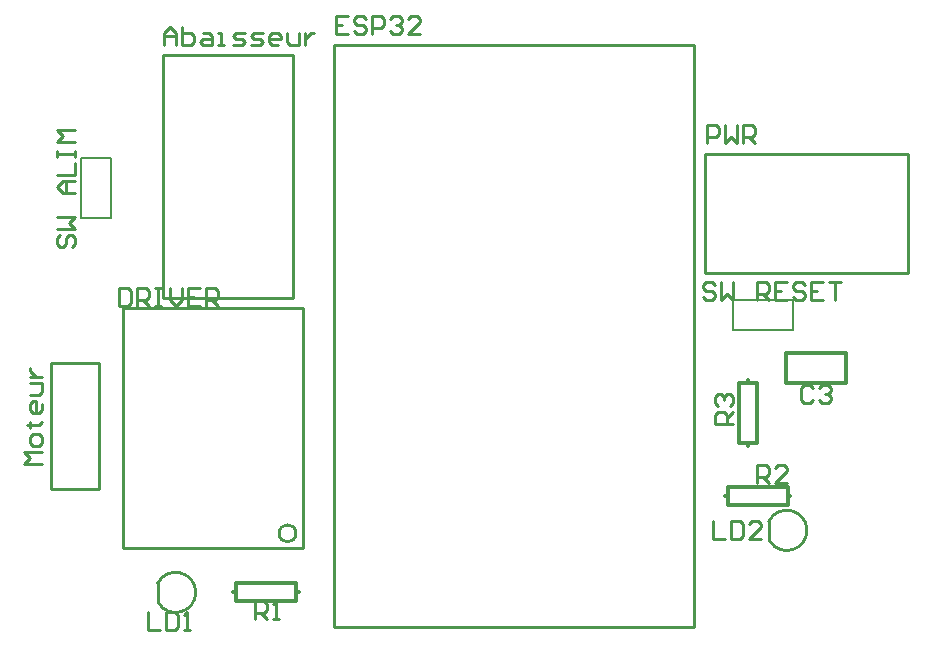
<source format=gto>
G04 Layer_Color=65535*
%FSLAX24Y24*%
%MOIN*%
G70*
G01*
G75*
%ADD20C,0.0100*%
%ADD21C,0.0098*%
%ADD22C,0.0120*%
%ADD23C,0.0079*%
G54D20*
X5346Y26411D02*
G03*
X5321Y27056I575J345D01*
G01*
X25720Y28478D02*
G03*
X25695Y29123I575J345D01*
G01*
X9936Y28724D02*
G03*
X9936Y28724I-283J0D01*
G01*
X5321Y26436D02*
Y27056D01*
Y26436D02*
Y27056D01*
Y26436D02*
Y27056D01*
Y26436D02*
Y27056D01*
X23580Y37386D02*
Y41354D01*
Y37386D02*
X30327D01*
Y41354D01*
X23580D02*
X30327D01*
X25695Y28502D02*
Y29123D01*
Y28502D02*
Y29123D01*
Y28502D02*
Y29123D01*
Y28502D02*
Y29123D01*
X25303Y30398D02*
Y30997D01*
X25603D01*
X25703Y30897D01*
Y30698D01*
X25603Y30598D01*
X25303D01*
X25503D02*
X25703Y30398D01*
X26303D02*
X25903D01*
X26303Y30798D01*
Y30897D01*
X26203Y30997D01*
X26003D01*
X25903Y30897D01*
X1458Y31049D02*
X858D01*
X1058Y31248D01*
X858Y31448D01*
X1458D01*
Y31748D02*
Y31948D01*
X1358Y32048D01*
X1158D01*
X1058Y31948D01*
Y31748D01*
X1158Y31648D01*
X1358D01*
X1458Y31748D01*
X958Y32348D02*
X1058D01*
Y32248D01*
Y32448D01*
Y32348D01*
X1358D01*
X1458Y32448D01*
Y33048D02*
Y32848D01*
X1358Y32748D01*
X1158D01*
X1058Y32848D01*
Y33048D01*
X1158Y33148D01*
X1258D01*
Y32748D01*
X1058Y33348D02*
X1358D01*
X1458Y33448D01*
Y33748D01*
X1058D01*
Y33948D02*
X1458D01*
X1258D01*
X1158Y34048D01*
X1058Y34148D01*
Y34248D01*
X27179Y33555D02*
X27079Y33655D01*
X26879D01*
X26780Y33555D01*
Y33155D01*
X26879Y33055D01*
X27079D01*
X27179Y33155D01*
X27379Y33555D02*
X27479Y33655D01*
X27679D01*
X27779Y33555D01*
Y33455D01*
X27679Y33355D01*
X27579D01*
X27679D01*
X27779Y33255D01*
Y33155D01*
X27679Y33055D01*
X27479D01*
X27379Y33155D01*
X5000Y26100D02*
Y25500D01*
X5400D01*
X5600Y26100D02*
Y25500D01*
X5900D01*
X6000Y25600D01*
Y26000D01*
X5900Y26100D01*
X5600D01*
X6200Y25500D02*
X6400D01*
X6300D01*
Y26100D01*
X6200Y26000D01*
X23827Y29127D02*
Y28528D01*
X24227D01*
X24427Y29127D02*
Y28528D01*
X24726D01*
X24826Y28628D01*
Y29027D01*
X24726Y29127D01*
X24427D01*
X25426Y28528D02*
X25026D01*
X25426Y28927D01*
Y29027D01*
X25326Y29127D01*
X25126D01*
X25026Y29027D01*
X2067Y38672D02*
X1967Y38572D01*
Y38372D01*
X2067Y38272D01*
X2167D01*
X2267Y38372D01*
Y38572D01*
X2367Y38672D01*
X2467D01*
X2567Y38572D01*
Y38372D01*
X2467Y38272D01*
X1967Y38871D02*
X2567D01*
X2367Y39071D01*
X2567Y39271D01*
X1967D01*
X2567Y40071D02*
X2167D01*
X1967Y40271D01*
X2167Y40471D01*
X2567D01*
X2267D01*
Y40071D01*
X1967Y40671D02*
X2567D01*
Y41071D01*
X1967Y41271D02*
Y41471D01*
Y41371D01*
X2567D01*
Y41271D01*
Y41471D01*
Y41771D02*
X1967D01*
X2167Y41970D01*
X1967Y42170D01*
X2567D01*
X23900Y37000D02*
X23800Y37100D01*
X23600D01*
X23500Y37000D01*
Y36900D01*
X23600Y36800D01*
X23800D01*
X23900Y36700D01*
Y36600D01*
X23800Y36500D01*
X23600D01*
X23500Y36600D01*
X24100Y37100D02*
Y36500D01*
X24300Y36700D01*
X24500Y36500D01*
Y37100D01*
X25299Y36500D02*
Y37100D01*
X25599D01*
X25699Y37000D01*
Y36800D01*
X25599Y36700D01*
X25299D01*
X25499D02*
X25699Y36500D01*
X26299Y37100D02*
X25899D01*
Y36500D01*
X26299D01*
X25899Y36800D02*
X26099D01*
X26899Y37000D02*
X26799Y37100D01*
X26599D01*
X26499Y37000D01*
Y36900D01*
X26599Y36800D01*
X26799D01*
X26899Y36700D01*
Y36600D01*
X26799Y36500D01*
X26599D01*
X26499Y36600D01*
X27499Y37100D02*
X27099D01*
Y36500D01*
X27499D01*
X27099Y36800D02*
X27299D01*
X27699Y37100D02*
X28099D01*
X27899D01*
Y36500D01*
X24516Y32366D02*
X23916D01*
Y32666D01*
X24016Y32766D01*
X24216D01*
X24316Y32666D01*
Y32366D01*
Y32566D02*
X24516Y32766D01*
X24016Y32966D02*
X23916Y33066D01*
Y33266D01*
X24016Y33366D01*
X24116D01*
X24216Y33266D01*
Y33166D01*
Y33266D01*
X24316Y33366D01*
X24416D01*
X24516Y33266D01*
Y33066D01*
X24416Y32966D01*
X11660Y45956D02*
X11260D01*
Y45356D01*
X11660D01*
X11260Y45656D02*
X11460D01*
X12260Y45856D02*
X12160Y45956D01*
X11960D01*
X11860Y45856D01*
Y45756D01*
X11960Y45656D01*
X12160D01*
X12260Y45556D01*
Y45456D01*
X12160Y45356D01*
X11960D01*
X11860Y45456D01*
X12460Y45356D02*
Y45956D01*
X12760D01*
X12860Y45856D01*
Y45656D01*
X12760Y45556D01*
X12460D01*
X13060Y45856D02*
X13160Y45956D01*
X13360D01*
X13460Y45856D01*
Y45756D01*
X13360Y45656D01*
X13260D01*
X13360D01*
X13460Y45556D01*
Y45456D01*
X13360Y45356D01*
X13160D01*
X13060Y45456D01*
X14059Y45356D02*
X13660D01*
X14059Y45756D01*
Y45856D01*
X13959Y45956D01*
X13760D01*
X13660Y45856D01*
X4043Y36903D02*
Y36303D01*
X4343D01*
X4443Y36403D01*
Y36803D01*
X4343Y36903D01*
X4043D01*
X4643Y36303D02*
Y36903D01*
X4943D01*
X5043Y36803D01*
Y36603D01*
X4943Y36503D01*
X4643D01*
X4843D02*
X5043Y36303D01*
X5243Y36903D02*
X5443D01*
X5343D01*
Y36303D01*
X5243D01*
X5443D01*
X5743Y36903D02*
Y36503D01*
X5943Y36303D01*
X6143Y36503D01*
Y36903D01*
X6742D02*
X6343D01*
Y36303D01*
X6742D01*
X6343Y36603D02*
X6543D01*
X6942Y36303D02*
Y36903D01*
X7242D01*
X7342Y36803D01*
Y36603D01*
X7242Y36503D01*
X6942D01*
X7142D02*
X7342Y36303D01*
X5550Y45016D02*
Y45416D01*
X5750Y45616D01*
X5950Y45416D01*
Y45016D01*
Y45316D01*
X5550D01*
X6150Y45616D02*
Y45016D01*
X6450D01*
X6550Y45116D01*
Y45216D01*
Y45316D01*
X6450Y45416D01*
X6150D01*
X6850D02*
X7050D01*
X7150Y45316D01*
Y45016D01*
X6850D01*
X6750Y45116D01*
X6850Y45216D01*
X7150D01*
X7350Y45016D02*
X7550D01*
X7450D01*
Y45416D01*
X7350D01*
X7850Y45016D02*
X8149D01*
X8249Y45116D01*
X8149Y45216D01*
X7950D01*
X7850Y45316D01*
X7950Y45416D01*
X8249D01*
X8449Y45016D02*
X8749D01*
X8849Y45116D01*
X8749Y45216D01*
X8549D01*
X8449Y45316D01*
X8549Y45416D01*
X8849D01*
X9349Y45016D02*
X9149D01*
X9049Y45116D01*
Y45316D01*
X9149Y45416D01*
X9349D01*
X9449Y45316D01*
Y45216D01*
X9049D01*
X9649Y45416D02*
Y45116D01*
X9749Y45016D01*
X10049D01*
Y45416D01*
X10249D02*
Y45016D01*
Y45216D01*
X10349Y45316D01*
X10449Y45416D01*
X10549D01*
X8571Y25870D02*
Y26470D01*
X8871D01*
X8971Y26370D01*
Y26170D01*
X8871Y26070D01*
X8571D01*
X8771D02*
X8971Y25870D01*
X9171D02*
X9371D01*
X9271D01*
Y26470D01*
X9171Y26370D01*
X23630Y41736D02*
Y42336D01*
X23930D01*
X24030Y42236D01*
Y42036D01*
X23930Y41936D01*
X23630D01*
X24230Y42336D02*
Y41736D01*
X24430Y41936D01*
X24630Y41736D01*
Y42336D01*
X24830Y41736D02*
Y42336D01*
X25130D01*
X25230Y42236D01*
Y42036D01*
X25130Y41936D01*
X24830D01*
X25030D02*
X25230Y41736D01*
G54D21*
X11213Y25612D02*
Y45012D01*
Y25612D02*
X23213D01*
Y45012D01*
X11213D02*
X23213D01*
X9831Y36583D02*
Y44669D01*
X5500D02*
X9831D01*
X5500Y36583D02*
Y44669D01*
Y36583D02*
X9831D01*
X10154Y28224D02*
Y36224D01*
X4154Y28224D02*
X10154D01*
X4154D02*
Y36224D01*
X10154D01*
X3367Y30191D02*
Y34391D01*
X1767D02*
X3367D01*
X1767Y30191D02*
Y34391D01*
Y30191D02*
X3367D01*
G54D22*
X26327Y29984D02*
X26417D01*
X24237D02*
X24327D01*
X26327Y29684D02*
Y29984D01*
X24327Y29684D02*
X26327D01*
X24327D02*
Y30284D01*
X26327D01*
Y29984D02*
Y30284D01*
X28280Y33736D02*
Y34736D01*
X26280Y33736D02*
X28280D01*
X26280D02*
Y34736D01*
X28280D01*
X24988Y31646D02*
Y31736D01*
Y33736D02*
Y33826D01*
X24688Y31736D02*
X24988D01*
X24688D02*
Y33736D01*
X25288D01*
Y31736D02*
Y33736D01*
X24988Y31736D02*
X25288D01*
X7851Y26776D02*
X7941D01*
X9941D02*
X10031D01*
X7941D02*
Y27076D01*
X9941D01*
Y26476D02*
Y27076D01*
X7941Y26476D02*
X9941D01*
X7941D02*
Y26776D01*
G54D23*
X24508Y36508D02*
X26508D01*
X24508Y35508D02*
Y36508D01*
Y35508D02*
X26508D01*
Y36508D01*
X3756Y39232D02*
Y41232D01*
X2756D02*
X3756D01*
X2756Y39232D02*
Y41232D01*
Y39232D02*
X3756D01*
M02*

</source>
